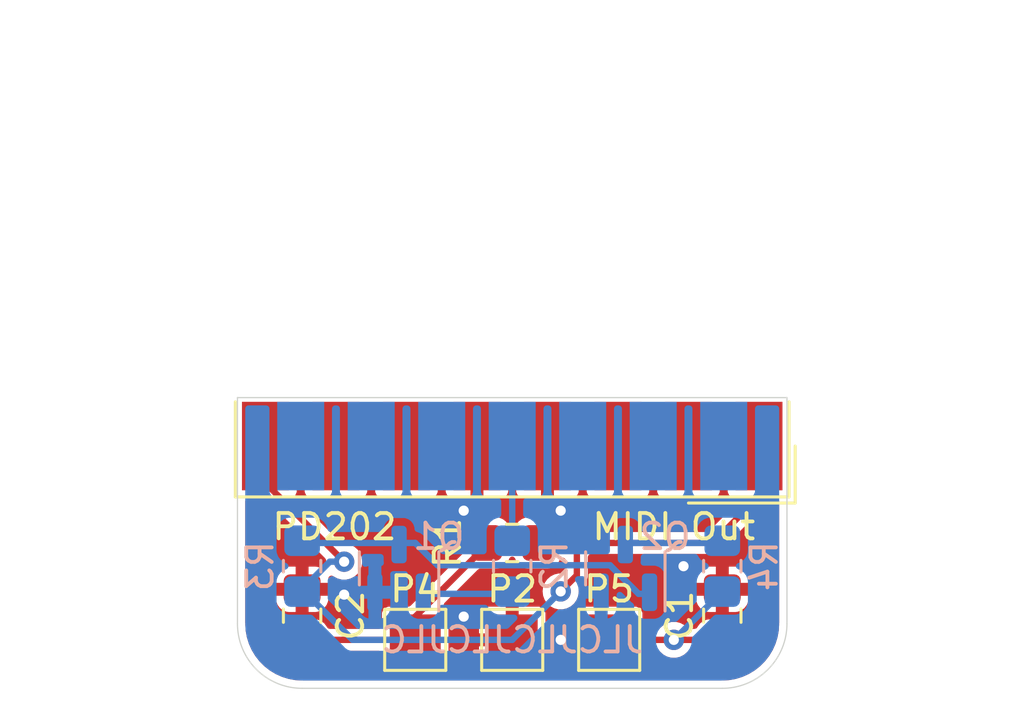
<source format=kicad_pcb>
(kicad_pcb (version 20211014) (generator pcbnew)
  (layers (0 "F.Cu" signal) (31 "B.Cu" signal) (34 "B.Paste" user) (35 "F.Paste" user) (36 "B.SilkS" user "B.Silkscreen") (37 "F.SilkS" user "F.Silkscreen") (38 "B.Mask" user) (39 "F.Mask" user) (44 "Edge.Cuts" user))
  (net 0 "")
  (net 1 "GND")
  (net 8 "+5V")
  (net 13 "/Out-")
  (net 14 "/Out+")
  (net 15 "/TX")
  (net 16 "/~{TX}")
  (net 17 "/TX'")
  (net 18 "/Out'")
  (footprint "TestPoint:TestPoint_Pad_2.0x2.0mm" (layer "F.Cu") (at 127 107.95)
    (fp_text reference "P5" (at 0 -1.998) (layer "F.SilkS"))
    (fp_text value "Midi Out -")
    (fp_line (start -1.2 -1.2) (end 1.2 -1.2) (layer "F.SilkS") (width 0.12))
    (fp_line (start 1.2 -1.2) (end 1.2 1.2) (layer "F.SilkS") (width 0.12))
    (fp_line (start -1.2 1.2) (end -1.2 -1.2) (layer "F.SilkS") (width 0.12))
    (fp_line (start 1.2 1.2) (end -1.2 1.2) (layer "F.SilkS") (width 0.12))
    (pad "1" smd rect (at 0 0) (size 2 2) (layers "F.Cu" "F.Mask") (net 13 "/Out-"))
  )
  (footprint "TestPoint:TestPoint_Pad_2.0x2.0mm" (layer "F.Cu") (at 123.19 107.95)
    (fp_text reference "P2" (at 0 -1.998) (layer "F.SilkS"))
    (fp_text value "Ground")
    (fp_line (start -1.2 1.2) (end -1.2 -1.2) (layer "F.SilkS") (width 0.12))
    (fp_line (start 1.2 -1.2) (end 1.2 1.2) (layer "F.SilkS") (width 0.12))
    (fp_line (start -1.2 -1.2) (end 1.2 -1.2) (layer "F.SilkS") (width 0.12))
    (fp_line (start 1.2 1.2) (end -1.2 1.2) (layer "F.SilkS") (width 0.12))
    (pad "1" smd rect (at 0 0) (size 2 2) (layers "F.Cu" "F.Mask") (net 1 "GND"))
  )
  (footprint "Connector_Dsub:DSUB-15_Male_EdgeMount_P2.77mm" (layer "F.Cu") (at 123.19 100.33 180)
    (fp_text reference "J1" hide)
    (fp_text value "DB15 Male")
    (fp_line (start -11.118333 -2.24) (end -6.925 -2.24) (layer "F.SilkS") (width 0.12))
    (fp_line (start -10.878333 -2) (end -10.878333 1.74) (layer "F.SilkS") (width 0.12))
    (fp_line (start 10.878333 1.74) (end 10.878333 -2) (layer "F.SilkS") (width 0.12))
    (fp_line (start 10.878333 -2) (end -10.878333 -2) (layer "F.SilkS") (width 0.12))
    (fp_line (start -11.118333 0) (end -11.118333 -2.24) (layer "F.SilkS") (width 0.12))
    (pad "1" smd rect (at -9.695 0 180) (size 1.846667 3.48) (layers "F.Cu" "F.Paste" "F.Mask") (net 8 "+5V"))
    (pad "2" smd rect (at -6.925 0 180) (size 1.846667 3.48) (layers "F.Cu" "F.Paste" "F.Mask"))
    (pad "3" smd rect (at -4.155 0 180) (size 1.846667 3.48) (layers "F.Cu" "F.Paste" "F.Mask"))
    (pad "4" smd rect (at -1.385 0 180) (size 1.846667 3.48) (layers "F.Cu" "F.Paste" "F.Mask") (net 1 "GND"))
    (pad "5" smd rect (at 1.385 0 180) (size 1.846667 3.48) (layers "F.Cu" "F.Paste" "F.Mask") (net 1 "GND"))
    (pad "6" smd rect (at 4.155 0 180) (size 1.846667 3.48) (layers "F.Cu" "F.Paste" "F.Mask"))
    (pad "7" smd rect (at 6.925 0 180) (size 1.846667 3.48) (layers "F.Cu" "F.Paste" "F.Mask"))
    (pad "8" smd rect (at 9.695 0 180) (size 1.846667 3.48) (layers "F.Cu" "F.Paste" "F.Mask") (net 8 "+5V"))
    (pad "9" smd rect (at -8.31 0 180) (size 1.846667 3.48) (layers "B.Cu" "B.Paste" "B.Mask"))
    (pad "10" smd rect (at -5.54 0 180) (size 1.846667 3.48) (layers "B.Cu" "B.Paste" "B.Mask"))
    (pad "11" smd rect (at -2.77 0 180) (size 1.846667 3.48) (layers "B.Cu" "B.Paste" "B.Mask"))
    (pad "12" smd rect (at 0 0 180) (size 1.846667 3.48) (layers "B.Cu" "B.Paste" "B.Mask") (net 15 "/TX"))
    (pad "13" smd rect (at 2.77 0 180) (size 1.846667 3.48) (layers "B.Cu" "B.Paste" "B.Mask"))
    (pad "14" smd rect (at 5.54 0 180) (size 1.846667 3.48) (layers "B.Cu" "B.Paste" "B.Mask"))
    (pad "15" smd rect (at 8.31 0 180) (size 1.846667 3.48) (layers "B.Cu" "B.Paste" "B.Mask"))
  )
  (footprint "TestPoint:TestPoint_Pad_2.0x2.0mm" (layer "F.Cu") (at 119.38 107.95)
    (fp_text reference "P4" (at 0 -1.998) (layer "F.SilkS"))
    (fp_text value "Midi Out +")
    (fp_line (start -1.2 -1.2) (end 1.2 -1.2) (layer "F.SilkS") (width 0.12))
    (fp_line (start 1.2 1.2) (end -1.2 1.2) (layer "F.SilkS") (width 0.12))
    (fp_line (start -1.2 1.2) (end -1.2 -1.2) (layer "F.SilkS") (width 0.12))
    (fp_line (start 1.2 -1.2) (end 1.2 1.2) (layer "F.SilkS") (width 0.12))
    (pad "1" smd rect (at 0 0) (size 2 2) (layers "F.Cu" "F.Mask") (net 14 "/Out+"))
  )
  (footprint "Resistor_SMD:R_0805_2012Metric_Pad1.20x1.40mm_HandSolder" (layer "F.Cu") (at 123.19 104.14)
    (fp_text reference "R1" (at -2.54 0 90) (layer "F.SilkS"))
    (fp_text value "240R")
    (fp_line (start -0.227064 0.735) (end 0.227064 0.735) (layer "F.SilkS") (width 0.12))
    (fp_line (start -0.227064 -0.735) (end 0.227064 -0.735) (layer "F.SilkS") (width 0.12))
    (pad "1" smd roundrect (at -1 0) (size 1.2 1.4) (layers "F.Cu" "F.Paste" "F.Mask") (roundrect_rratio 0.208333) (net 14 "/Out+"))
    (pad "2" smd roundrect (at 1 0) (size 1.2 1.4) (layers "F.Cu" "F.Paste" "F.Mask") (roundrect_rratio 0.208333) (net 8 "+5V"))
  )
  (footprint "Capacitor_SMD:C_0805_2012Metric_Pad1.18x1.45mm_HandSolder" (layer "F.Cu") (at 131.445 107 90)
    (fp_text reference "C1" (at 0 -1.68 90) (layer "F.SilkS"))
    (fp_text value "2.2nF")
    (fp_line (start -0.261252 0.735) (end 0.261252 0.735) (layer "F.SilkS") (width 0.12))
    (fp_line (start -0.261252 -0.735) (end 0.261252 -0.735) (layer "F.SilkS") (width 0.12))
    (pad "1" smd roundrect (at -1.0375 0 90) (size 1.175 1.45) (layers "F.Cu" "F.Paste" "F.Mask") (roundrect_rratio 0.212766) (net 13 "/Out-"))
    (pad "2" smd roundrect (at 1.0375 0 90) (size 1.175 1.45) (layers "F.Cu" "F.Paste" "F.Mask") (roundrect_rratio 0.212766) (net 1 "GND"))
  )
  (footprint "Capacitor_SMD:C_0805_2012Metric_Pad1.18x1.45mm_HandSolder" (layer "F.Cu") (at 114.935 107 90)
    (fp_text reference "C2" (at 0 1.905 90) (layer "F.SilkS"))
    (fp_text value "2.2nF")
    (fp_line (start -0.261252 0.735) (end 0.261252 0.735) (layer "F.SilkS") (width 0.12))
    (fp_line (start -0.261252 -0.735) (end 0.261252 -0.735) (layer "F.SilkS") (width 0.12))
    (pad "1" smd roundrect (at -1.0375 0 90) (size 1.175 1.45) (layers "F.Cu" "F.Paste" "F.Mask") (roundrect_rratio 0.212766) (net 14 "/Out+"))
    (pad "2" smd roundrect (at 1.0375 0 90) (size 1.175 1.45) (layers "F.Cu" "F.Paste" "F.Mask") (roundrect_rratio 0.212766) (net 1 "GND"))
  )
  (footprint "Resistor_SMD:R_0805_2012Metric_Pad1.20x1.40mm_HandSolder" (layer "B.Cu") (at 114.935 105.0525 -90)
    (fp_text reference "R3" (at 0 1.65 90) (layer "B.SilkS") (effects (justify mirror)))
    (fp_text value "2k2")
    (fp_line (start -0.227064 0.735) (end 0.227064 0.735) (layer "B.SilkS") (width 0.12))
    (fp_line (start -0.227064 -0.735) (end 0.227064 -0.735) (layer "B.SilkS") (width 0.12))
    (pad "1" smd roundrect (at -1 0 270) (size 1.2 1.4) (layers "B.Cu" "B.Paste" "B.Mask") (roundrect_rratio 0.208333) (net 16 "/~{TX}"))
    (pad "2" smd roundrect (at 1 0 270) (size 1.2 1.4) (layers "B.Cu" "B.Paste" "B.Mask") (roundrect_rratio 0.208333) (net 8 "+5V"))
  )
  (footprint "Package_TO_SOT_SMD:SOT-23" (layer "B.Cu") (at 127.635 105.14 90)
    (fp_text reference "Q2" (at 1.254 1.56) (layer "B.SilkS") (effects (justify mirror)))
    (fp_text value "3904")
    (fp_line (start 0 -1.56) (end -0.65 -1.56) (layer "B.SilkS") (width 0.12))
    (fp_line (start 0 1.56) (end 0.65 1.56) (layer "B.SilkS") (width 0.12))
    (fp_line (start 0 -1.56) (end 0.65 -1.56) (layer "B.SilkS") (width 0.12))
    (fp_line (start 0 1.56) (end -1.675 1.56) (layer "B.SilkS") (width 0.12))
    (pad "1" smd roundrect (at -0.9375 0.95 90) (size 1.475 0.6) (layers "B.Cu" "B.Paste" "B.Mask") (net 16 "/~{TX}"))
    (pad "2" smd roundrect (at -0.9375 -0.95 90) (size 1.475 0.6) (layers "B.Cu" "B.Paste" "B.Mask") (net 1 "GND"))
    (pad "3" smd roundrect (at 0.9375 0 90) (size 1.475 0.6) (layers "B.Cu" "B.Paste" "B.Mask") (net 18 "/Out'"))
  )
  (footprint "Package_TO_SOT_SMD:SOT-23" (layer "B.Cu") (at 118.745 105.14 90)
    (fp_text reference "Q1" (at 1.254 1.56) (layer "B.SilkS") (effects (justify mirror)))
    (fp_text value "3904")
    (fp_line (start 0 -1.56) (end -0.65 -1.56) (layer "B.SilkS") (width 0.12))
    (fp_line (start 0 1.56) (end 0.65 1.56) (layer "B.SilkS") (width 0.12))
    (fp_line (start 0 1.56) (end -1.675 1.56) (layer "B.SilkS") (width 0.12))
    (fp_line (start 0 -1.56) (end 0.65 -1.56) (layer "B.SilkS") (width 0.12))
    (pad "1" smd roundrect (at -0.9375 0.95 90) (size 1.475 0.6) (layers "B.Cu" "B.Paste" "B.Mask") (net 17 "/TX'"))
    (pad "2" smd roundrect (at -0.9375 -0.95 90) (size 1.475 0.6) (layers "B.Cu" "B.Paste" "B.Mask") (net 1 "GND"))
    (pad "3" smd roundrect (at 0.9375 0 90) (size 1.475 0.6) (layers "B.Cu" "B.Paste" "B.Mask") (net 16 "/~{TX}"))
  )
  (footprint "Resistor_SMD:R_0805_2012Metric_Pad1.20x1.40mm_HandSolder" (layer "B.Cu") (at 131.445 105.0525 90)
    (fp_text reference "R4" (at 0 1.65 270) (layer "B.SilkS") (effects (justify mirror)))
    (fp_text value "240R")
    (fp_line (start -0.227064 -0.735) (end 0.227064 -0.735) (layer "B.SilkS") (width 0.12))
    (fp_line (start -0.227064 0.735) (end 0.227064 0.735) (layer "B.SilkS") (width 0.12))
    (pad "1" smd roundrect (at -1 0 90) (size 1.2 1.4) (layers "B.Cu" "B.Paste" "B.Mask") (roundrect_rratio 0.208333) (net 13 "/Out-"))
    (pad "2" smd roundrect (at 1 0 90) (size 1.2 1.4) (layers "B.Cu" "B.Paste" "B.Mask") (roundrect_rratio 0.208333) (net 18 "/Out'"))
  )
  (footprint "Resistor_SMD:R_0805_2012Metric_Pad1.20x1.40mm_HandSolder" (layer "B.Cu") (at 123.19 105.0525 90)
    (fp_text reference "R2" (at 0 1.65 270) (layer "B.SilkS") (effects (justify mirror)))
    (fp_text value "10k")
    (fp_line (start -0.227064 -0.735) (end 0.227064 -0.735) (layer "B.SilkS") (width 0.12))
    (fp_line (start -0.227064 0.735) (end 0.227064 0.735) (layer "B.SilkS") (width 0.12))
    (pad "1" smd roundrect (at -1 0 90) (size 1.2 1.4) (layers "B.Cu" "B.Paste" "B.Mask") (roundrect_rratio 0.208333) (net 17 "/TX'"))
    (pad "2" smd roundrect (at 1 0 90) (size 1.2 1.4) (layers "B.Cu" "B.Paste" "B.Mask") (roundrect_rratio 0.208333) (net 15 "/TX"))
  )
  (gr_line (start 112.395 107.315) (end 112.395 98.425) (layer "Edge.Cuts") (width 0.05))
  (gr_line (start 133.985 98.425) (end 133.985 107.315) (layer "Edge.Cuts") (width 0.05))
  (gr_line (start 112.395 98.425) (end 133.985 98.425) (layer "Edge.Cuts") (width 0.05))
  (gr_arc (start 133.985 107.315) (mid 133.241051 109.111051) (end 131.445 109.855) (layer "Edge.Cuts") (width 0.05))
  (gr_line (start 114.935 109.855) (end 131.445 109.855) (layer "Edge.Cuts") (width 0.05))
  (gr_arc (start 114.935 109.855) (mid 113.138949 109.111051) (end 112.395 107.315) (layer "Edge.Cuts") (width 0.05))
  (gr_text "JLCJLCJLCJLC" (at 123.19 107.95) (layer "B.SilkS") (effects (font (size 1 1)) (justify mirror)))
  (gr_text "PD202" (at 116.205 103.505) (layer "F.SilkS") (effects (font (size 1 1))))
  (gr_text "MIDI Out" (at 129.54 103.505) (layer "F.SilkS") (effects (font (size 1 1))))
  (via (at 121.285 102.87) (size 0.8) (drill 0.4) (layers "F.Cu" "B.Cu") (net 1))
  (via (at 125.095 102.87) (size 0.8) (drill 0.4) (layers "F.Cu" "B.Cu") (net 1))
  (via (at 121.285 107.0356) (size 0.8) (drill 0.4) (layers "F.Cu" "B.Cu") (net 1))
  (via (at 116.586 106.172) (size 0.8) (drill 0.4) (layers "F.Cu" "B.Cu") (net 1))
  (via (at 125.095 107.95) (size 0.8) (drill 0.4) (layers "F.Cu" "B.Cu") (net 1))
  (via (at 129.921 105.0544) (size 0.8) (drill 0.4) (layers "F.Cu" "B.Cu") (net 1))
  (segment (start 125.73 104.14) (end 125.73 105.41) (width 0.25) (layer "F.Cu") (net 8))
  (segment (start 125.73 105.41) (end 125.095 106.045) (width 0.25) (layer "F.Cu") (net 8))
  (segment (start 113.495 101.7856) (end 116.586 104.8766) (width 0.25) (layer "F.Cu") (net 8))
  (segment (start 132.885 102.32) (end 131.065 104.14) (width 0.25) (layer "F.Cu") (net 8))
  (segment (start 113.495 100.33) (end 113.495 101.7856) (width 0.25) (layer "F.Cu") (net 8))
  (segment (start 125.73 104.14) (end 124.1025 104.14) (width 0.25) (layer "F.Cu") (net 8))
  (segment (start 132.885 100.33) (end 132.885 102.32) (width 0.25) (layer "F.Cu") (net 8))
  (segment (start 131.065 104.14) (end 125.73 104.14) (width 0.25) (layer "F.Cu") (net 8))
  (via (at 116.586 104.8766) (size 0.8) (drill 0.4) (layers "F.Cu" "B.Cu") (net 8))
  (via (at 125.095 106.045) (size 0.8) (drill 0.4) (layers "F.Cu" "B.Cu") (net 8))
  (segment (start 123.19 107.95) (end 116.92 107.95) (width 0.25) (layer "B.Cu") (net 8))
  (segment (start 116.92 107.95) (end 114.935 105.965) (width 0.25) (layer "B.Cu") (net 8))
  (segment (start 116.0234 104.8766) (end 116.586 104.8766) (width 0.25) (layer "B.Cu") (net 8))
  (segment (start 114.935 105.965) (end 116.0234 104.8766) (width 0.25) (layer "B.Cu") (net 8))
  (segment (start 125.095 106.045) (end 123.19 107.95) (width 0.25) (layer "B.Cu") (net 8))
  (segment (start 129.54 107.95) (end 127 107.95) (width 0.25) (layer "F.Cu") (net 13))
  (segment (start 131.445 107.95) (end 129.54 107.95) (width 0.25) (layer "F.Cu") (net 13))
  (via (at 129.54 107.95) (size 0.8) (drill 0.4) (layers "F.Cu" "B.Cu") (net 13))
  (segment (start 129.5475 107.95) (end 131.445 106.0525) (width 0.25) (layer "B.Cu") (net 13))
  (segment (start 129.54 107.95) (end 129.5475 107.95) (width 0.25) (layer "B.Cu") (net 13))
  (segment (start 119.38 107.0375) (end 122.2775 104.14) (width 0.25) (layer "F.Cu") (net 14))
  (segment (start 119.38 107.95) (end 119.38 107.0375) (width 0.25) (layer "F.Cu") (net 14))
  (segment (start 114.935 107.95) (end 119.38 107.95) (width 0.25) (layer "F.Cu") (net 14))
  (segment (start 123.19 100.33) (end 123.19 104.22) (width 0.25) (layer "B.Cu") (net 15))
  (segment (start 119.38 104.14) (end 120.255 105.015) (width 0.25) (layer "B.Cu") (net 16))
  (segment (start 128.156751 106.14) (end 128.585 106.14) (width 0.25) (layer "B.Cu") (net 16))
  (segment (start 114.935 104.14) (end 119.38 104.14) (width 0.25) (layer "B.Cu") (net 16))
  (segment (start 127.031751 105.015) (end 128.156751 106.14) (width 0.25) (layer "B.Cu") (net 16))
  (segment (start 120.255 105.015) (end 127.031751 105.015) (width 0.25) (layer "B.Cu") (net 16))
  (segment (start 119.695 106.14) (end 123.095 106.14) (width 0.25) (layer "B.Cu") (net 17))
  (segment (start 123.095 106.14) (end 123.19 106.045) (width 0.25) (layer "B.Cu") (net 17))
  (segment (start 127.635 104.14) (end 131.445 104.14) (width 0.25) (layer "B.Cu") (net 18))
  (zone (net 1) (net_name "GND") (layer "F.Cu") (connect_pads (clearance 0.3048)) (min_thickness 0.254) (fill yes (thermal_gap 0.3048) (thermal_bridge_width 0.508))
    (polygon (pts (xy 133.985 109.855) (xy 112.395 109.855) (xy 112.395 98.425) (xy 133.985 98.425)))
  )
  (zone (net 1) (net_name "GND") (layer "B.Cu") (connect_pads (clearance 0.3048)) (min_thickness 0.254) (fill yes (thermal_gap 0.3048) (thermal_bridge_width 0.508))
    (polygon (pts (xy 133.985 109.855) (xy 112.395 109.855) (xy 112.395 98.425) (xy 133.985 98.425)))
  )
)
</source>
